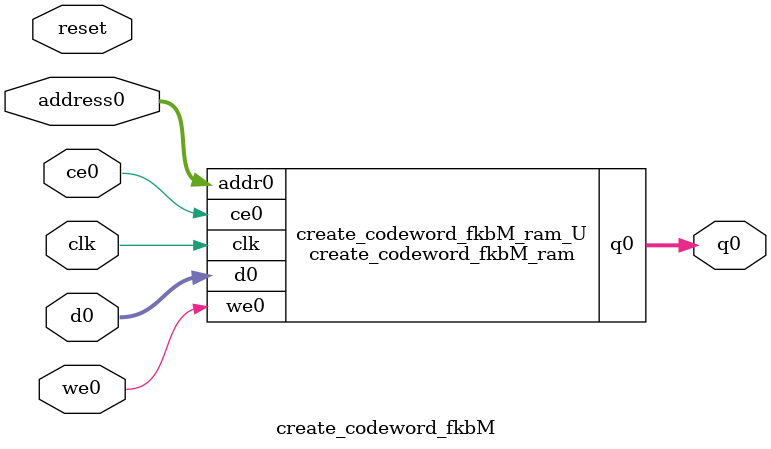
<source format=v>
`timescale 1 ns / 1 ps
module create_codeword_fkbM_ram (addr0, ce0, d0, we0, q0,  clk);

parameter DWIDTH = 27;
parameter AWIDTH = 5;
parameter MEM_SIZE = 27;

input[AWIDTH-1:0] addr0;
input ce0;
input[DWIDTH-1:0] d0;
input we0;
output reg[DWIDTH-1:0] q0;
input clk;

(* ram_style = "distributed" *)reg [DWIDTH-1:0] ram[0:MEM_SIZE-1];




always @(posedge clk)  
begin 
    if (ce0) begin
        if (we0) 
            ram[addr0] <= d0; 
        q0 <= ram[addr0];
    end
end


endmodule

`timescale 1 ns / 1 ps
module create_codeword_fkbM(
    reset,
    clk,
    address0,
    ce0,
    we0,
    d0,
    q0);

parameter DataWidth = 32'd27;
parameter AddressRange = 32'd27;
parameter AddressWidth = 32'd5;
input reset;
input clk;
input[AddressWidth - 1:0] address0;
input ce0;
input we0;
input[DataWidth - 1:0] d0;
output[DataWidth - 1:0] q0;



create_codeword_fkbM_ram create_codeword_fkbM_ram_U(
    .clk( clk ),
    .addr0( address0 ),
    .ce0( ce0 ),
    .we0( we0 ),
    .d0( d0 ),
    .q0( q0 ));

endmodule


</source>
